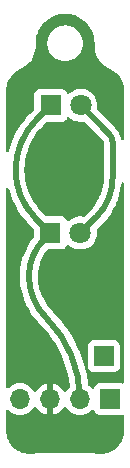
<source format=gbr>
%TF.GenerationSoftware,KiCad,Pcbnew,7.0.9*%
%TF.CreationDate,2025-01-15T18:40:25+09:00*%
%TF.ProjectId,line_short_robt2,6c696e65-5f73-4686-9f72-745f726f6274,rev?*%
%TF.SameCoordinates,Original*%
%TF.FileFunction,Copper,L2,Bot*%
%TF.FilePolarity,Positive*%
%FSLAX46Y46*%
G04 Gerber Fmt 4.6, Leading zero omitted, Abs format (unit mm)*
G04 Created by KiCad (PCBNEW 7.0.9) date 2025-01-15 18:40:25*
%MOMM*%
%LPD*%
G01*
G04 APERTURE LIST*
%TA.AperFunction,ComponentPad*%
%ADD10R,1.800000X1.800000*%
%TD*%
%TA.AperFunction,ComponentPad*%
%ADD11C,1.800000*%
%TD*%
%TA.AperFunction,ComponentPad*%
%ADD12R,1.700000X1.700000*%
%TD*%
%TA.AperFunction,ComponentPad*%
%ADD13O,1.700000X1.700000*%
%TD*%
%TA.AperFunction,ViaPad*%
%ADD14C,0.800000*%
%TD*%
%TA.AperFunction,Conductor*%
%ADD15C,0.500000*%
%TD*%
%TA.AperFunction,Conductor*%
%ADD16C,0.250000*%
%TD*%
G04 APERTURE END LIST*
D10*
%TO.P,Q1,1,C*%
%TO.N,+3.3V*%
X129655000Y-64040000D03*
D11*
%TO.P,Q1,2,E*%
%TO.N,Net-(Q1-E)*%
X132195000Y-64040000D03*
%TD*%
D10*
%TO.P,Q2,1,C*%
%TO.N,+3.3V*%
X129635000Y-74840000D03*
D11*
%TO.P,Q2,2,E*%
%TO.N,Net-(Q1-E)*%
X132175000Y-74840000D03*
%TD*%
D12*
%TO.P,J1,1,Pin_1*%
%TO.N,/PWM*%
X134675000Y-88900000D03*
D13*
%TO.P,J1,2,Pin_2*%
%TO.N,+3.3V*%
X132135000Y-88900000D03*
%TO.P,J1,3,Pin_3*%
%TO.N,GND*%
X129595000Y-88900000D03*
%TO.P,J1,4,Pin_4*%
%TO.N,/S*%
X127055000Y-88900000D03*
%TD*%
D12*
%TO.P,J2,1,Pin_1*%
%TO.N,+5V*%
X134150000Y-85275000D03*
%TD*%
D14*
%TO.N,GND*%
X127030000Y-75030000D03*
X129140000Y-91840000D03*
X134850000Y-63890000D03*
X133010000Y-91890000D03*
X131210000Y-81840000D03*
X130260000Y-86900000D03*
X134200000Y-79580000D03*
X131090000Y-69510000D03*
X127050000Y-63810000D03*
X128290000Y-69480000D03*
X134140000Y-82180000D03*
%TD*%
D15*
%TO.N,+3.3V*%
X129635000Y-74840000D02*
X129095306Y-75379694D01*
X129278839Y-82028839D02*
X129296036Y-82046036D01*
X128461603Y-65233397D02*
X129655000Y-64040000D01*
X129635000Y-74840000D02*
X128341988Y-73546988D01*
D16*
X132350000Y-88685000D02*
X132135000Y-88900000D01*
D15*
X129095309Y-75379697D02*
G75*
G03*
X127810000Y-78482748I3102991J-3103003D01*
G01*
X126680010Y-69534593D02*
G75*
G03*
X128341988Y-73546988I5674390J-7D01*
G01*
X128461614Y-65233408D02*
G75*
G03*
X126680000Y-69534593I4301186J-4301192D01*
G01*
X132135007Y-88900000D02*
G75*
G03*
X129296036Y-82046036I-9692807J100D01*
G01*
X127809958Y-78482748D02*
G75*
G03*
X129278840Y-82028838I5014942J48D01*
G01*
%TO.N,Net-(Q1-E)*%
X132175000Y-74840000D02*
X133508134Y-73506866D01*
X134900000Y-67159214D02*
X134900000Y-67760000D01*
X132195000Y-64040000D02*
X134607095Y-66452095D01*
D16*
X134900000Y-67150000D02*
X134900000Y-70415000D01*
D15*
X134900000Y-67760000D02*
X134900000Y-67150000D01*
X134900000Y-70146604D02*
X134900000Y-67760000D01*
X133508126Y-73506858D02*
G75*
G03*
X134900000Y-70146604I-3360226J3360258D01*
G01*
X134899990Y-67159214D02*
G75*
G03*
X134607095Y-66452095I-999990J14D01*
G01*
%TD*%
%TA.AperFunction,Conductor*%
%TO.N,GND*%
G36*
X129845000Y-90230633D02*
G01*
X130058483Y-90173433D01*
X130058492Y-90173429D01*
X130272578Y-90073600D01*
X130466082Y-89938105D01*
X130633105Y-89771082D01*
X130763119Y-89585405D01*
X130817696Y-89541781D01*
X130887195Y-89534588D01*
X130949549Y-89566110D01*
X130966269Y-89585405D01*
X131096505Y-89771401D01*
X131263599Y-89938495D01*
X131360384Y-90006265D01*
X131457165Y-90074032D01*
X131457167Y-90074033D01*
X131457170Y-90074035D01*
X131671337Y-90173903D01*
X131899592Y-90235063D01*
X132076034Y-90250500D01*
X132134999Y-90255659D01*
X132135000Y-90255659D01*
X132135001Y-90255659D01*
X132193966Y-90250500D01*
X132370408Y-90235063D01*
X132598663Y-90173903D01*
X132812830Y-90074035D01*
X133006401Y-89938495D01*
X133128329Y-89816566D01*
X133189648Y-89783084D01*
X133259340Y-89788068D01*
X133315274Y-89829939D01*
X133332189Y-89860917D01*
X133381202Y-89992328D01*
X133381206Y-89992335D01*
X133467452Y-90107544D01*
X133467455Y-90107547D01*
X133582664Y-90193793D01*
X133582671Y-90193797D01*
X133717517Y-90244091D01*
X133717516Y-90244091D01*
X133723525Y-90244737D01*
X133777127Y-90250500D01*
X135572872Y-90250499D01*
X135632483Y-90244091D01*
X135707167Y-90216236D01*
X135776859Y-90211252D01*
X135838182Y-90244737D01*
X135871666Y-90306061D01*
X135874500Y-90332418D01*
X135874500Y-91548048D01*
X135874377Y-91551945D01*
X135868512Y-91645100D01*
X135857692Y-91803701D01*
X135856736Y-91811113D01*
X135834434Y-91927950D01*
X135806904Y-92060797D01*
X135805154Y-92067391D01*
X135766872Y-92185136D01*
X135722973Y-92309015D01*
X135720625Y-92314724D01*
X135666957Y-92428691D01*
X135607337Y-92544116D01*
X135604586Y-92548905D01*
X135537188Y-92655024D01*
X135535563Y-92657455D01*
X135461955Y-92762101D01*
X135458997Y-92765973D01*
X135378564Y-92863112D01*
X135376207Y-92865797D01*
X135289318Y-92959213D01*
X135286338Y-92962206D01*
X135194233Y-93048606D01*
X135191057Y-93051389D01*
X135092313Y-93132117D01*
X135089483Y-93134298D01*
X134987371Y-93208394D01*
X134983317Y-93211099D01*
X134874225Y-93277851D01*
X134871697Y-93279317D01*
X134761465Y-93339820D01*
X134756510Y-93342259D01*
X134637519Y-93394389D01*
X134520362Y-93440672D01*
X134514515Y-93442652D01*
X134388081Y-93478555D01*
X134268141Y-93509243D01*
X134261448Y-93510568D01*
X134127073Y-93529568D01*
X134009086Y-93544361D01*
X134001630Y-93544843D01*
X133842611Y-93545518D01*
X133749330Y-93545424D01*
X133745426Y-93545297D01*
X133720228Y-93543682D01*
X133720200Y-93543686D01*
X133173648Y-93508731D01*
X132024699Y-93464677D01*
X130875000Y-93449989D01*
X129725301Y-93464677D01*
X128576352Y-93508731D01*
X128056709Y-93541965D01*
X128056673Y-93541956D01*
X128004575Y-93545297D01*
X128000670Y-93545424D01*
X127907388Y-93545518D01*
X127748361Y-93544843D01*
X127740904Y-93544361D01*
X127622950Y-93529571D01*
X127488541Y-93510566D01*
X127481848Y-93509241D01*
X127439512Y-93498409D01*
X127361951Y-93478564D01*
X127235477Y-93442649D01*
X127229631Y-93440669D01*
X127112503Y-93394399D01*
X126993474Y-93342252D01*
X126988520Y-93339814D01*
X126927490Y-93306317D01*
X126878300Y-93279318D01*
X126875807Y-93277872D01*
X126816995Y-93241885D01*
X126766675Y-93211093D01*
X126762622Y-93208389D01*
X126660524Y-93134305D01*
X126657693Y-93132123D01*
X126558932Y-93051381D01*
X126555756Y-93048598D01*
X126513477Y-93008937D01*
X126463648Y-92962194D01*
X126460699Y-92959232D01*
X126373791Y-92865797D01*
X126371434Y-92863112D01*
X126290995Y-92765965D01*
X126288044Y-92762101D01*
X126283809Y-92756081D01*
X126214389Y-92657388D01*
X126212842Y-92655074D01*
X126145412Y-92548905D01*
X126142665Y-92544121D01*
X126135626Y-92530495D01*
X126083035Y-92428675D01*
X126029375Y-92314725D01*
X126027033Y-92309034D01*
X125983123Y-92185122D01*
X125944844Y-92067392D01*
X125943097Y-92060811D01*
X125915565Y-91927950D01*
X125893263Y-91811113D01*
X125892307Y-91803713D01*
X125881484Y-91645066D01*
X125875623Y-91551946D01*
X125875500Y-91548050D01*
X125875500Y-89929758D01*
X125895185Y-89862719D01*
X125947989Y-89816964D01*
X126017147Y-89807020D01*
X126080703Y-89836045D01*
X126087181Y-89842077D01*
X126183599Y-89938495D01*
X126280384Y-90006265D01*
X126377165Y-90074032D01*
X126377167Y-90074033D01*
X126377170Y-90074035D01*
X126591337Y-90173903D01*
X126819592Y-90235063D01*
X126996034Y-90250500D01*
X127054999Y-90255659D01*
X127055000Y-90255659D01*
X127055001Y-90255659D01*
X127113966Y-90250500D01*
X127290408Y-90235063D01*
X127518663Y-90173903D01*
X127732830Y-90074035D01*
X127926401Y-89938495D01*
X128093495Y-89771401D01*
X128223730Y-89585405D01*
X128278307Y-89541781D01*
X128347805Y-89534587D01*
X128410160Y-89566110D01*
X128426879Y-89585405D01*
X128556890Y-89771078D01*
X128723917Y-89938105D01*
X128917421Y-90073600D01*
X129131507Y-90173429D01*
X129131516Y-90173433D01*
X129345000Y-90230634D01*
X129345000Y-89335501D01*
X129452685Y-89384680D01*
X129559237Y-89400000D01*
X129630763Y-89400000D01*
X129737315Y-89384680D01*
X129845000Y-89335501D01*
X129845000Y-90230633D01*
G37*
%TD.AperFunction*%
%TA.AperFunction,Conductor*%
G36*
X126080703Y-71036723D02*
G01*
X126118477Y-71095501D01*
X126120666Y-71104079D01*
X126125113Y-71124519D01*
X126254403Y-71564845D01*
X126254407Y-71564856D01*
X126254408Y-71564859D01*
X126414786Y-71994854D01*
X126414789Y-71994860D01*
X126414789Y-71994861D01*
X126605430Y-72412309D01*
X126605431Y-72412309D01*
X126605432Y-72412312D01*
X126780213Y-72732400D01*
X126825372Y-72815103D01*
X127073489Y-73201185D01*
X127348516Y-73568581D01*
X127348517Y-73568581D01*
X127360538Y-73582454D01*
X127628871Y-73892128D01*
X127649051Y-73915416D01*
X127649051Y-73915417D01*
X127746318Y-74012684D01*
X127746343Y-74012712D01*
X128198181Y-74464548D01*
X128231666Y-74525871D01*
X128234500Y-74552229D01*
X128234500Y-75165401D01*
X128214815Y-75232440D01*
X128204792Y-75245931D01*
X128159600Y-75298845D01*
X127922244Y-75625538D01*
X127711252Y-75969847D01*
X127527925Y-76329649D01*
X127373393Y-76702726D01*
X127351334Y-76770619D01*
X127248609Y-77086779D01*
X127154344Y-77479433D01*
X127091176Y-77878285D01*
X127091176Y-77878286D01*
X127059498Y-78280847D01*
X127059499Y-78403873D01*
X127059499Y-78431351D01*
X127059457Y-78431494D01*
X127059461Y-78709283D01*
X127071095Y-78857097D01*
X127095011Y-79160934D01*
X127165888Y-79608406D01*
X127271655Y-80048937D01*
X127411660Y-80479813D01*
X127468588Y-80617246D01*
X127585037Y-80898372D01*
X127585037Y-80898371D01*
X127585039Y-80898375D01*
X127790724Y-81302044D01*
X128027446Y-81688330D01*
X128293746Y-82054853D01*
X128587983Y-82399352D01*
X128683981Y-82495348D01*
X128683991Y-82495359D01*
X128686127Y-82497495D01*
X128709575Y-82520943D01*
X128709576Y-82520944D01*
X128737465Y-82548833D01*
X128765353Y-82576722D01*
X129134324Y-82968685D01*
X129136808Y-82971489D01*
X129229932Y-83083229D01*
X129480254Y-83383592D01*
X129482535Y-83386504D01*
X129633632Y-83591851D01*
X129800465Y-83818584D01*
X129802593Y-83821667D01*
X130093853Y-84272153D01*
X130095791Y-84275359D01*
X130359308Y-84742587D01*
X130361049Y-84745904D01*
X130595883Y-85228212D01*
X130597420Y-85231628D01*
X130802699Y-85727219D01*
X130804027Y-85730722D01*
X130979008Y-86237806D01*
X130980123Y-86241382D01*
X131124173Y-86758125D01*
X131125069Y-86761762D01*
X131237649Y-87286237D01*
X131238325Y-87289922D01*
X131307844Y-87746714D01*
X131298471Y-87815952D01*
X131267178Y-87857428D01*
X131267427Y-87857677D01*
X131265652Y-87859450D01*
X131264977Y-87860347D01*
X131263607Y-87861496D01*
X131096508Y-88028594D01*
X130966269Y-88214595D01*
X130911692Y-88258219D01*
X130842193Y-88265412D01*
X130779839Y-88233890D01*
X130763119Y-88214594D01*
X130633113Y-88028926D01*
X130633108Y-88028920D01*
X130466082Y-87861894D01*
X130272578Y-87726399D01*
X130058492Y-87626570D01*
X130058486Y-87626567D01*
X129845000Y-87569364D01*
X129845000Y-88464498D01*
X129737315Y-88415320D01*
X129630763Y-88400000D01*
X129559237Y-88400000D01*
X129452685Y-88415320D01*
X129345000Y-88464498D01*
X129345000Y-87569364D01*
X129344999Y-87569364D01*
X129131513Y-87626567D01*
X129131507Y-87626570D01*
X128917422Y-87726399D01*
X128917420Y-87726400D01*
X128723926Y-87861886D01*
X128723920Y-87861891D01*
X128556891Y-88028920D01*
X128556890Y-88028922D01*
X128426880Y-88214595D01*
X128372303Y-88258219D01*
X128302804Y-88265412D01*
X128240450Y-88233890D01*
X128223730Y-88214594D01*
X128093494Y-88028597D01*
X127926402Y-87861506D01*
X127926395Y-87861501D01*
X127732834Y-87725967D01*
X127732830Y-87725965D01*
X127695185Y-87708411D01*
X127518663Y-87626097D01*
X127518659Y-87626096D01*
X127518655Y-87626094D01*
X127290413Y-87564938D01*
X127290403Y-87564936D01*
X127055001Y-87544341D01*
X127054999Y-87544341D01*
X126819596Y-87564936D01*
X126819586Y-87564938D01*
X126591344Y-87626094D01*
X126591335Y-87626098D01*
X126377171Y-87725964D01*
X126377169Y-87725965D01*
X126183597Y-87861505D01*
X126087181Y-87957922D01*
X126025858Y-87991407D01*
X125956166Y-87986423D01*
X125900233Y-87944551D01*
X125875816Y-87879087D01*
X125875500Y-87870241D01*
X125875500Y-71130436D01*
X125895185Y-71063397D01*
X125947989Y-71017642D01*
X126017147Y-71007698D01*
X126080703Y-71036723D01*
G37*
%TD.AperFunction*%
%TA.AperFunction,Conductor*%
G36*
X135838805Y-70585570D02*
G01*
X135871851Y-70647131D01*
X135874500Y-70672623D01*
X135874500Y-87467581D01*
X135854815Y-87534620D01*
X135802011Y-87580375D01*
X135732853Y-87590319D01*
X135707168Y-87583763D01*
X135632485Y-87555909D01*
X135632483Y-87555908D01*
X135572883Y-87549501D01*
X135572881Y-87549500D01*
X135572873Y-87549500D01*
X135572864Y-87549500D01*
X133777129Y-87549500D01*
X133777123Y-87549501D01*
X133717516Y-87555908D01*
X133582671Y-87606202D01*
X133582664Y-87606206D01*
X133467455Y-87692452D01*
X133467452Y-87692455D01*
X133381206Y-87807664D01*
X133381203Y-87807669D01*
X133332189Y-87939083D01*
X133290317Y-87995016D01*
X133224853Y-88019433D01*
X133156580Y-88004581D01*
X133128326Y-87983430D01*
X133006401Y-87861505D01*
X132950649Y-87822467D01*
X132865702Y-87762986D01*
X132822080Y-87708411D01*
X132813610Y-87675307D01*
X132787047Y-87439536D01*
X132688888Y-86861784D01*
X132558487Y-86290445D01*
X132524615Y-86172870D01*
X132799500Y-86172870D01*
X132799501Y-86172876D01*
X132805908Y-86232483D01*
X132856202Y-86367328D01*
X132856206Y-86367335D01*
X132942452Y-86482544D01*
X132942455Y-86482547D01*
X133057664Y-86568793D01*
X133057671Y-86568797D01*
X133192517Y-86619091D01*
X133192516Y-86619091D01*
X133199444Y-86619835D01*
X133252127Y-86625500D01*
X135047872Y-86625499D01*
X135107483Y-86619091D01*
X135242331Y-86568796D01*
X135357546Y-86482546D01*
X135443796Y-86367331D01*
X135494091Y-86232483D01*
X135500500Y-86172873D01*
X135500499Y-84377128D01*
X135494091Y-84317517D01*
X135477171Y-84272153D01*
X135443797Y-84182671D01*
X135443793Y-84182664D01*
X135357547Y-84067455D01*
X135357544Y-84067452D01*
X135242335Y-83981206D01*
X135242328Y-83981202D01*
X135107482Y-83930908D01*
X135107483Y-83930908D01*
X135047883Y-83924501D01*
X135047881Y-83924500D01*
X135047873Y-83924500D01*
X135047864Y-83924500D01*
X133252129Y-83924500D01*
X133252123Y-83924501D01*
X133192516Y-83930908D01*
X133057671Y-83981202D01*
X133057664Y-83981206D01*
X132942455Y-84067452D01*
X132942452Y-84067455D01*
X132856206Y-84182664D01*
X132856202Y-84182671D01*
X132805908Y-84317517D01*
X132799501Y-84377116D01*
X132799501Y-84377123D01*
X132799500Y-84377135D01*
X132799500Y-86172870D01*
X132524615Y-86172870D01*
X132396256Y-85727317D01*
X132202705Y-85174171D01*
X132025313Y-84745904D01*
X131978445Y-84632752D01*
X131724177Y-84104753D01*
X131440708Y-83591852D01*
X131440708Y-83591851D01*
X131128916Y-83095635D01*
X131128916Y-83095634D01*
X130789802Y-82617697D01*
X130789802Y-82617698D01*
X130789797Y-82617691D01*
X130610984Y-82393467D01*
X130424415Y-82159517D01*
X130424416Y-82159518D01*
X130033912Y-81722544D01*
X130033912Y-81722543D01*
X129890657Y-81579289D01*
X129890649Y-81579280D01*
X129872369Y-81561001D01*
X129872359Y-81560989D01*
X129823800Y-81512431D01*
X129809519Y-81498151D01*
X129560007Y-81225862D01*
X129556529Y-81221717D01*
X129333346Y-80930866D01*
X129330242Y-80926433D01*
X129133263Y-80617246D01*
X129130558Y-80612560D01*
X128961273Y-80287375D01*
X128958986Y-80282471D01*
X128818687Y-79943768D01*
X128816836Y-79938683D01*
X128706588Y-79589032D01*
X128705187Y-79583805D01*
X128625839Y-79225902D01*
X128624899Y-79220573D01*
X128617046Y-79160927D01*
X128577040Y-78857085D01*
X128576571Y-78851724D01*
X128560603Y-78486062D01*
X128560617Y-78480338D01*
X128577865Y-78129206D01*
X128578459Y-78123163D01*
X128629948Y-77776031D01*
X128631127Y-77770099D01*
X128716398Y-77429667D01*
X128718156Y-77423871D01*
X128836380Y-77093454D01*
X128838710Y-77087829D01*
X128988738Y-76770619D01*
X128991602Y-76765258D01*
X129172021Y-76464245D01*
X129175380Y-76459218D01*
X129300413Y-76290630D01*
X129356158Y-76248512D01*
X129400009Y-76240499D01*
X130582871Y-76240499D01*
X130582872Y-76240499D01*
X130642483Y-76234091D01*
X130777331Y-76183796D01*
X130892546Y-76097546D01*
X130978796Y-75982331D01*
X131007455Y-75905493D01*
X131049326Y-75849559D01*
X131114790Y-75825141D01*
X131183063Y-75839992D01*
X131214866Y-75864843D01*
X131222302Y-75872920D01*
X131223215Y-75873912D01*
X131223222Y-75873918D01*
X131406365Y-76016464D01*
X131406371Y-76016468D01*
X131406374Y-76016470D01*
X131610497Y-76126936D01*
X131724487Y-76166068D01*
X131830015Y-76202297D01*
X131830017Y-76202297D01*
X131830019Y-76202298D01*
X132058951Y-76240500D01*
X132058952Y-76240500D01*
X132291048Y-76240500D01*
X132291049Y-76240500D01*
X132519981Y-76202298D01*
X132739503Y-76126936D01*
X132943626Y-76016470D01*
X133126784Y-75873913D01*
X133283979Y-75703153D01*
X133410924Y-75508849D01*
X133504157Y-75296300D01*
X133561134Y-75071305D01*
X133580300Y-74840000D01*
X133580300Y-74839993D01*
X133561135Y-74608702D01*
X133561134Y-74608698D01*
X133561134Y-74608695D01*
X133559545Y-74602420D01*
X133562168Y-74532600D01*
X133592067Y-74484298D01*
X134069724Y-74006643D01*
X134069727Y-74006638D01*
X134070822Y-74005544D01*
X134071061Y-74005289D01*
X134191684Y-73884670D01*
X134472505Y-73555873D01*
X134726664Y-73206057D01*
X134952589Y-72837383D01*
X134952589Y-72837384D01*
X135148898Y-72452111D01*
X135222682Y-72273980D01*
X135314370Y-72052627D01*
X135447989Y-71641392D01*
X135548932Y-71220942D01*
X135616574Y-70793868D01*
X135625845Y-70676077D01*
X135626882Y-70662894D01*
X135651766Y-70597606D01*
X135707997Y-70556135D01*
X135777723Y-70551648D01*
X135838805Y-70585570D01*
G37*
%TD.AperFunction*%
%TA.AperFunction,Conductor*%
G36*
X131203063Y-65039992D02*
G01*
X131234866Y-65064843D01*
X131242302Y-65072920D01*
X131243215Y-65073912D01*
X131243222Y-65073918D01*
X131426365Y-65216464D01*
X131426371Y-65216468D01*
X131426374Y-65216470D01*
X131630497Y-65326936D01*
X131744487Y-65366068D01*
X131850015Y-65402297D01*
X131850017Y-65402297D01*
X131850019Y-65402298D01*
X132078951Y-65440500D01*
X132078952Y-65440500D01*
X132311047Y-65440500D01*
X132311049Y-65440500D01*
X132439274Y-65419102D01*
X132508635Y-65427483D01*
X132547362Y-65453730D01*
X134018301Y-66924668D01*
X134018311Y-66924679D01*
X134073535Y-66979902D01*
X134078889Y-66986007D01*
X134106126Y-67021503D01*
X134122310Y-67049535D01*
X134134741Y-67079546D01*
X134143119Y-67110815D01*
X134148968Y-67155246D01*
X134149499Y-67163346D01*
X134149499Y-67241822D01*
X134149500Y-67241839D01*
X134149500Y-70146603D01*
X134134390Y-70492664D01*
X134133918Y-70498055D01*
X134089060Y-70838785D01*
X134088120Y-70844114D01*
X134013732Y-71179656D01*
X134012331Y-71184884D01*
X133908983Y-71512657D01*
X133907132Y-71517741D01*
X133775610Y-71835260D01*
X133773324Y-71840164D01*
X133614629Y-72145012D01*
X133611923Y-72149698D01*
X133427267Y-72439549D01*
X133424163Y-72443982D01*
X133214944Y-72716638D01*
X133211466Y-72720784D01*
X132977293Y-72976337D01*
X132527362Y-73426268D01*
X132466039Y-73459753D01*
X132419272Y-73460896D01*
X132291049Y-73439500D01*
X132058951Y-73439500D01*
X132020550Y-73445908D01*
X131830015Y-73477702D01*
X131610504Y-73553061D01*
X131610495Y-73553064D01*
X131406371Y-73663531D01*
X131406365Y-73663535D01*
X131223222Y-73806081D01*
X131223218Y-73806085D01*
X131214866Y-73815158D01*
X131154979Y-73851148D01*
X131085141Y-73849047D01*
X131027525Y-73809522D01*
X131007455Y-73774507D01*
X130978797Y-73697671D01*
X130978793Y-73697664D01*
X130892547Y-73582455D01*
X130892544Y-73582452D01*
X130777335Y-73496206D01*
X130777328Y-73496202D01*
X130642482Y-73445908D01*
X130642483Y-73445908D01*
X130582883Y-73439501D01*
X130582881Y-73439500D01*
X130582873Y-73439500D01*
X130582865Y-73439500D01*
X129347230Y-73439500D01*
X129280191Y-73419815D01*
X129259549Y-73403181D01*
X128872674Y-73016306D01*
X128611893Y-72734192D01*
X128608730Y-72730489D01*
X128372389Y-72430690D01*
X128369527Y-72426750D01*
X128157444Y-72109346D01*
X128154899Y-72105193D01*
X127968367Y-71772113D01*
X127966156Y-71767774D01*
X127806334Y-71421092D01*
X127804474Y-71416605D01*
X127672339Y-71058435D01*
X127670838Y-71053814D01*
X127567214Y-70686387D01*
X127566080Y-70681666D01*
X127491603Y-70307240D01*
X127490845Y-70302449D01*
X127445973Y-69923324D01*
X127445592Y-69918489D01*
X127430600Y-69536884D01*
X127430600Y-69532048D01*
X127446843Y-69118628D01*
X127447219Y-69113844D01*
X127495865Y-68702844D01*
X127496625Y-68698049D01*
X127571716Y-68320545D01*
X127577360Y-68292169D01*
X127578494Y-68287449D01*
X127656465Y-68010989D01*
X127690819Y-67889175D01*
X127692324Y-67884546D01*
X127835556Y-67496298D01*
X127837420Y-67491799D01*
X128010672Y-67115986D01*
X128012876Y-67111660D01*
X128215098Y-66750566D01*
X128217607Y-66746474D01*
X128447538Y-66402357D01*
X128450369Y-66398460D01*
X128706591Y-66073446D01*
X128709737Y-66069762D01*
X128992297Y-65764092D01*
X128992296Y-65764091D01*
X128992552Y-65763814D01*
X129279549Y-65476818D01*
X129340872Y-65443333D01*
X129367230Y-65440499D01*
X130602871Y-65440499D01*
X130602872Y-65440499D01*
X130662483Y-65434091D01*
X130797331Y-65383796D01*
X130912546Y-65297546D01*
X130998796Y-65182331D01*
X131027455Y-65105493D01*
X131069326Y-65049559D01*
X131134790Y-65025141D01*
X131203063Y-65039992D01*
G37*
%TD.AperFunction*%
%TA.AperFunction,Conductor*%
G36*
X130950154Y-56270776D02*
G01*
X130954877Y-56271061D01*
X131106898Y-56280257D01*
X131110809Y-56280622D01*
X131252559Y-56298529D01*
X131255949Y-56299054D01*
X131410403Y-56327359D01*
X131414631Y-56328287D01*
X131552916Y-56363793D01*
X131555868Y-56364630D01*
X131705965Y-56411403D01*
X131710266Y-56412923D01*
X131842886Y-56465430D01*
X131845450Y-56466514D01*
X131988945Y-56531096D01*
X131993332Y-56533285D01*
X132119210Y-56602487D01*
X132255122Y-56684649D01*
X132259476Y-56687538D01*
X132375320Y-56771704D01*
X132403498Y-56793780D01*
X132500473Y-56869755D01*
X132504680Y-56873366D01*
X132608614Y-56970966D01*
X132721270Y-57083622D01*
X132725204Y-57087945D01*
X132815580Y-57197192D01*
X132914157Y-57323016D01*
X132917699Y-57328030D01*
X132928196Y-57344569D01*
X132993065Y-57446787D01*
X133006955Y-57469763D01*
X133076219Y-57584340D01*
X133079248Y-57589995D01*
X133111244Y-57657990D01*
X133138392Y-57715683D01*
X133204959Y-57863590D01*
X133207388Y-57869880D01*
X133249360Y-57999054D01*
X133298450Y-58156589D01*
X133300161Y-58163422D01*
X133324280Y-58289855D01*
X133355261Y-58458917D01*
X133356155Y-58466206D01*
X133362030Y-58559588D01*
X133374387Y-58763863D01*
X133374500Y-58767608D01*
X133374500Y-59006256D01*
X133374447Y-59006436D01*
X133374498Y-59112388D01*
X133374535Y-59189674D01*
X133382882Y-59252617D01*
X133409249Y-59451460D01*
X133409250Y-59451464D01*
X133478073Y-59706425D01*
X133579814Y-59950131D01*
X133712701Y-60178344D01*
X133762229Y-60242276D01*
X133874435Y-60387114D01*
X134062205Y-60572813D01*
X134272753Y-60732221D01*
X134386109Y-60796555D01*
X134502426Y-60862570D01*
X134502432Y-60862573D01*
X134577797Y-60893099D01*
X134622460Y-60911190D01*
X134622915Y-60911374D01*
X134626626Y-60913021D01*
X134679964Y-60938808D01*
X134798888Y-60997500D01*
X134869655Y-61032425D01*
X134876301Y-61036234D01*
X134971362Y-61098806D01*
X135102342Y-61189739D01*
X135107588Y-61193813D01*
X135201041Y-61274784D01*
X135310892Y-61378183D01*
X135314797Y-61382209D01*
X135398110Y-61476243D01*
X135400394Y-61478976D01*
X135491217Y-61594243D01*
X135493927Y-61597958D01*
X135564637Y-61702840D01*
X135567064Y-61706745D01*
X135639869Y-61834185D01*
X135641545Y-61837326D01*
X135659392Y-61873223D01*
X135697468Y-61949814D01*
X135699739Y-61954954D01*
X135754392Y-62095552D01*
X135761704Y-62116928D01*
X135794411Y-62212560D01*
X135796220Y-62218951D01*
X135831391Y-62374450D01*
X135853754Y-62486079D01*
X135854793Y-62493673D01*
X135870263Y-62701960D01*
X135874365Y-62764116D01*
X135874500Y-62768200D01*
X135874500Y-66854110D01*
X135854815Y-66921149D01*
X135802011Y-66966904D01*
X135732853Y-66976848D01*
X135669297Y-66947823D01*
X135631523Y-66889045D01*
X135627561Y-66870294D01*
X135620543Y-66816986D01*
X135620541Y-66816976D01*
X135601645Y-66746455D01*
X135561151Y-66595325D01*
X135561146Y-66595315D01*
X135561145Y-66595309D01*
X135473341Y-66383328D01*
X135473336Y-66383319D01*
X135358600Y-66184591D01*
X135218906Y-66002538D01*
X135218905Y-66002537D01*
X135137776Y-65921408D01*
X135114853Y-65898486D01*
X133612069Y-64395701D01*
X133578584Y-64334378D01*
X133579544Y-64277579D01*
X133581134Y-64271305D01*
X133600300Y-64040000D01*
X133600300Y-64039993D01*
X133581135Y-63808702D01*
X133581133Y-63808691D01*
X133524157Y-63583699D01*
X133430924Y-63371151D01*
X133303983Y-63176852D01*
X133303980Y-63176849D01*
X133303979Y-63176847D01*
X133146784Y-63006087D01*
X133146779Y-63006083D01*
X133146777Y-63006081D01*
X132963634Y-62863535D01*
X132963628Y-62863531D01*
X132759504Y-62753064D01*
X132759495Y-62753061D01*
X132539984Y-62677702D01*
X132349450Y-62645908D01*
X132311049Y-62639500D01*
X132078951Y-62639500D01*
X132040550Y-62645908D01*
X131850015Y-62677702D01*
X131630504Y-62753061D01*
X131630495Y-62753064D01*
X131426371Y-62863531D01*
X131426365Y-62863535D01*
X131243222Y-63006081D01*
X131243218Y-63006085D01*
X131234866Y-63015158D01*
X131174979Y-63051148D01*
X131105141Y-63049047D01*
X131047525Y-63009522D01*
X131027455Y-62974507D01*
X130998797Y-62897671D01*
X130998793Y-62897664D01*
X130912547Y-62782455D01*
X130912544Y-62782452D01*
X130797335Y-62696206D01*
X130797328Y-62696202D01*
X130662482Y-62645908D01*
X130662483Y-62645908D01*
X130602883Y-62639501D01*
X130602881Y-62639500D01*
X130602873Y-62639500D01*
X130602864Y-62639500D01*
X128707129Y-62639500D01*
X128707123Y-62639501D01*
X128647516Y-62645908D01*
X128512671Y-62696202D01*
X128512664Y-62696206D01*
X128397455Y-62782452D01*
X128397452Y-62782455D01*
X128311206Y-62897664D01*
X128311202Y-62897671D01*
X128260908Y-63032517D01*
X128254501Y-63092116D01*
X128254500Y-63092135D01*
X128254500Y-64327769D01*
X128234815Y-64394808D01*
X128218181Y-64415450D01*
X127898946Y-64734685D01*
X127898546Y-64735108D01*
X127758360Y-64875294D01*
X127438719Y-65244178D01*
X127438714Y-65244183D01*
X127438711Y-65244188D01*
X127146206Y-65634930D01*
X127146207Y-65634929D01*
X127063395Y-65763788D01*
X126909960Y-66002538D01*
X126882320Y-66045546D01*
X126648395Y-66473945D01*
X126522048Y-66750607D01*
X126445631Y-66917936D01*
X126275056Y-67375264D01*
X126137541Y-67843596D01*
X126137541Y-67843597D01*
X126137540Y-67843597D01*
X126120666Y-67921166D01*
X126087181Y-67982489D01*
X126025858Y-68015973D01*
X125956166Y-68010989D01*
X125900233Y-67969117D01*
X125875816Y-67903653D01*
X125875500Y-67894807D01*
X125875500Y-62767774D01*
X125875635Y-62763691D01*
X125876856Y-62745168D01*
X125879442Y-62705991D01*
X125895266Y-62493208D01*
X125896298Y-62485666D01*
X125918145Y-62376620D01*
X125953919Y-62218453D01*
X125955728Y-62212068D01*
X125995147Y-62096811D01*
X125997211Y-62091499D01*
X126050518Y-61954361D01*
X126052759Y-61949290D01*
X126108027Y-61838121D01*
X126109659Y-61835062D01*
X126183360Y-61706054D01*
X126185717Y-61702264D01*
X126255661Y-61598518D01*
X126258313Y-61594883D01*
X126350272Y-61478174D01*
X126352458Y-61475560D01*
X126434799Y-61382622D01*
X126438672Y-61378631D01*
X126549945Y-61273891D01*
X126642022Y-61194112D01*
X126647222Y-61190073D01*
X126780480Y-61097560D01*
X126790267Y-61091118D01*
X126873342Y-61036435D01*
X126879958Y-61032644D01*
X127073634Y-60937035D01*
X127122923Y-60913206D01*
X127126765Y-60911508D01*
X127170802Y-60893803D01*
X127172129Y-60893099D01*
X127247550Y-60862550D01*
X127247548Y-60862550D01*
X127247560Y-60862546D01*
X127477231Y-60732198D01*
X127687777Y-60572792D01*
X127875544Y-60387096D01*
X128037274Y-60178330D01*
X128170161Y-59950118D01*
X128271898Y-59706420D01*
X128340722Y-59451463D01*
X128375437Y-59189672D01*
X128375500Y-59057631D01*
X128375500Y-59057131D01*
X128375500Y-58767607D01*
X128375557Y-58765734D01*
X129369357Y-58765734D01*
X129372786Y-58807119D01*
X129377029Y-58858319D01*
X129377350Y-58862186D01*
X129377562Y-58867309D01*
X129377562Y-58889811D01*
X129381265Y-58912012D01*
X129381899Y-58917095D01*
X129389891Y-59013546D01*
X129389891Y-59013548D01*
X129413654Y-59107387D01*
X129414705Y-59112402D01*
X129418407Y-59134584D01*
X129418409Y-59134592D01*
X129425714Y-59155871D01*
X129427176Y-59160783D01*
X129450935Y-59254604D01*
X129450939Y-59254617D01*
X129489815Y-59343245D01*
X129491677Y-59348016D01*
X129498986Y-59369306D01*
X129498988Y-59369309D01*
X129509698Y-59389101D01*
X129511948Y-59393705D01*
X129550827Y-59482338D01*
X129603764Y-59563364D01*
X129606388Y-59567768D01*
X129617095Y-59587553D01*
X129617098Y-59587558D01*
X129630926Y-59605325D01*
X129633903Y-59609495D01*
X129686834Y-59690512D01*
X129686838Y-59690517D01*
X129752393Y-59761730D01*
X129755706Y-59765641D01*
X129769522Y-59783392D01*
X129786080Y-59798635D01*
X129789694Y-59802249D01*
X129855256Y-59873468D01*
X129931651Y-59932929D01*
X129935547Y-59936229D01*
X129941913Y-59942090D01*
X129952099Y-59951467D01*
X129970936Y-59963774D01*
X129975102Y-59966748D01*
X130051491Y-60026204D01*
X130136640Y-60072284D01*
X130141001Y-60074883D01*
X130159855Y-60087201D01*
X130180494Y-60096254D01*
X130185033Y-60098473D01*
X130270190Y-60144558D01*
X130361754Y-60175992D01*
X130366489Y-60177839D01*
X130387116Y-60186887D01*
X130408932Y-60192411D01*
X130413816Y-60193865D01*
X130485089Y-60218333D01*
X130505385Y-60225301D01*
X130539189Y-60230941D01*
X130600866Y-60241233D01*
X130605879Y-60242285D01*
X130627676Y-60247805D01*
X130627678Y-60247805D01*
X130627685Y-60247807D01*
X130650125Y-60249666D01*
X130655169Y-60250294D01*
X130750665Y-60266230D01*
X130750666Y-60266230D01*
X130847448Y-60266230D01*
X130852561Y-60266441D01*
X130868415Y-60267755D01*
X130874998Y-60268301D01*
X130875000Y-60268301D01*
X130875002Y-60268301D01*
X130881584Y-60267755D01*
X130897438Y-60266441D01*
X130902552Y-60266230D01*
X130999330Y-60266230D01*
X130999335Y-60266230D01*
X131094851Y-60250291D01*
X131099862Y-60249667D01*
X131122315Y-60247807D01*
X131144153Y-60242276D01*
X131149105Y-60241238D01*
X131244614Y-60225301D01*
X131336198Y-60193859D01*
X131341042Y-60192418D01*
X131362884Y-60186887D01*
X131383500Y-60177843D01*
X131388234Y-60175995D01*
X131479810Y-60144558D01*
X131564975Y-60098468D01*
X131569505Y-60096254D01*
X131590145Y-60087201D01*
X131609008Y-60074876D01*
X131613337Y-60072296D01*
X131698509Y-60026204D01*
X131774931Y-59966722D01*
X131779018Y-59963803D01*
X131797898Y-59951469D01*
X131814466Y-59936217D01*
X131818341Y-59932934D01*
X131894744Y-59873468D01*
X131960313Y-59802240D01*
X131963897Y-59798655D01*
X131980477Y-59783393D01*
X131994320Y-59765606D01*
X131997581Y-59761756D01*
X132063164Y-59690515D01*
X132116127Y-59609448D01*
X132119053Y-59605350D01*
X132132902Y-59587558D01*
X132143623Y-59567746D01*
X132146233Y-59563366D01*
X132199173Y-59482337D01*
X132238061Y-59393680D01*
X132240299Y-59389105D01*
X132240301Y-59389101D01*
X132251014Y-59369306D01*
X132258336Y-59347976D01*
X132260162Y-59343294D01*
X132299063Y-59254611D01*
X132322826Y-59160771D01*
X132324278Y-59155892D01*
X132331592Y-59134589D01*
X132335296Y-59112388D01*
X132336340Y-59107407D01*
X132360108Y-59013551D01*
X132368104Y-58917051D01*
X132368733Y-58912012D01*
X132372438Y-58889811D01*
X132373088Y-58858319D01*
X132373283Y-58854542D01*
X132379822Y-58775632D01*
X132380643Y-58765732D01*
X132380643Y-58765727D01*
X132379339Y-58749998D01*
X132373284Y-58676920D01*
X132373088Y-58673137D01*
X132372438Y-58641649D01*
X132368733Y-58619444D01*
X132368103Y-58614396D01*
X132360108Y-58517909D01*
X132336341Y-58424057D01*
X132335295Y-58419064D01*
X132331592Y-58396873D01*
X132331591Y-58396870D01*
X132324283Y-58375580D01*
X132322825Y-58370682D01*
X132302376Y-58289933D01*
X132299063Y-58276849D01*
X132260174Y-58188191D01*
X132258329Y-58183464D01*
X132251014Y-58162154D01*
X132245045Y-58151126D01*
X132240298Y-58142352D01*
X132238052Y-58137759D01*
X132199173Y-58049123D01*
X132199173Y-58049122D01*
X132146231Y-57968088D01*
X132143607Y-57963684D01*
X132132904Y-57943907D01*
X132132902Y-57943902D01*
X132119080Y-57926143D01*
X132116102Y-57921972D01*
X132063166Y-57840948D01*
X132063165Y-57840947D01*
X132063164Y-57840945D01*
X132033241Y-57808440D01*
X131997606Y-57769729D01*
X131994295Y-57765820D01*
X131980477Y-57748067D01*
X131980473Y-57748062D01*
X131963919Y-57732823D01*
X131960301Y-57729206D01*
X131894744Y-57657992D01*
X131818352Y-57598534D01*
X131814444Y-57595223D01*
X131797898Y-57579991D01*
X131779063Y-57567685D01*
X131774897Y-57564711D01*
X131698509Y-57505256D01*
X131698508Y-57505255D01*
X131698505Y-57505253D01*
X131698503Y-57505252D01*
X131613385Y-57459189D01*
X131608981Y-57456565D01*
X131590145Y-57444259D01*
X131569547Y-57435224D01*
X131564940Y-57432972D01*
X131479811Y-57386902D01*
X131479802Y-57386899D01*
X131388259Y-57355472D01*
X131383484Y-57353609D01*
X131383312Y-57353533D01*
X131362884Y-57344573D01*
X131362880Y-57344572D01*
X131362878Y-57344571D01*
X131341076Y-57339049D01*
X131336166Y-57337588D01*
X131244614Y-57306159D01*
X131149138Y-57290226D01*
X131144123Y-57289174D01*
X131122312Y-57283652D01*
X131122316Y-57283652D01*
X131099895Y-57281795D01*
X131094810Y-57281161D01*
X130999336Y-57265230D01*
X130999335Y-57265230D01*
X130902541Y-57265230D01*
X130897427Y-57265018D01*
X130881555Y-57263703D01*
X130875002Y-57263160D01*
X130874998Y-57263160D01*
X130868444Y-57263703D01*
X130852572Y-57265018D01*
X130847459Y-57265230D01*
X130750665Y-57265230D01*
X130655188Y-57281161D01*
X130650103Y-57281795D01*
X130627688Y-57283652D01*
X130627683Y-57283653D01*
X130605880Y-57289174D01*
X130600866Y-57290225D01*
X130505382Y-57306159D01*
X130413834Y-57337586D01*
X130408927Y-57339047D01*
X130387126Y-57344569D01*
X130387116Y-57344573D01*
X130366510Y-57353611D01*
X130361738Y-57355472D01*
X130270194Y-57386900D01*
X130270183Y-57386905D01*
X130185062Y-57432970D01*
X130180458Y-57435221D01*
X130159854Y-57444259D01*
X130159845Y-57444264D01*
X130141023Y-57456561D01*
X130136621Y-57459185D01*
X130051492Y-57505254D01*
X130051489Y-57505257D01*
X129975106Y-57564707D01*
X129970938Y-57567684D01*
X129952099Y-57579993D01*
X129935542Y-57595233D01*
X129931635Y-57598542D01*
X129855255Y-57657992D01*
X129789697Y-57729206D01*
X129786075Y-57732828D01*
X129769529Y-57748060D01*
X129769514Y-57748076D01*
X129755699Y-57765824D01*
X129752390Y-57769731D01*
X129686836Y-57840945D01*
X129633901Y-57921966D01*
X129630925Y-57926134D01*
X129617099Y-57943900D01*
X129617094Y-57943907D01*
X129606386Y-57963694D01*
X129603763Y-57968095D01*
X129550828Y-58049120D01*
X129511953Y-58137745D01*
X129509704Y-58142345D01*
X129498985Y-58162154D01*
X129491676Y-58183444D01*
X129489814Y-58188217D01*
X129463724Y-58247697D01*
X129450939Y-58276846D01*
X129450936Y-58276852D01*
X129427177Y-58370672D01*
X129425716Y-58375580D01*
X129418408Y-58396870D01*
X129414705Y-58419057D01*
X129413654Y-58424072D01*
X129389891Y-58517908D01*
X129389891Y-58517912D01*
X129381898Y-58614364D01*
X129381265Y-58619444D01*
X129377562Y-58641649D01*
X129377562Y-58664149D01*
X129377350Y-58669265D01*
X129376713Y-58676958D01*
X129369357Y-58765724D01*
X129369357Y-58765734D01*
X128375557Y-58765734D01*
X128375613Y-58763863D01*
X128383005Y-58641649D01*
X128387974Y-58559507D01*
X128390591Y-58517908D01*
X128393845Y-58466185D01*
X128394735Y-58458931D01*
X128425736Y-58289761D01*
X128449841Y-58163405D01*
X128451541Y-58156616D01*
X128500665Y-57998970D01*
X128542614Y-57869868D01*
X128545031Y-57863609D01*
X128611619Y-57715656D01*
X128670766Y-57589964D01*
X128673763Y-57584369D01*
X128756948Y-57446763D01*
X128832317Y-57328002D01*
X128835824Y-57323039D01*
X128934427Y-57197181D01*
X129024814Y-57087922D01*
X129028707Y-57083644D01*
X129141401Y-56970950D01*
X129245339Y-56873347D01*
X129249514Y-56869764D01*
X129374695Y-56771692D01*
X129490528Y-56687534D01*
X129494861Y-56684658D01*
X129630800Y-56602480D01*
X129756696Y-56533269D01*
X129761033Y-56531105D01*
X129904580Y-56466500D01*
X129907081Y-56465443D01*
X130039750Y-56412916D01*
X130044017Y-56411408D01*
X130194152Y-56364624D01*
X130197062Y-56363798D01*
X130335379Y-56328284D01*
X130339595Y-56327359D01*
X130494049Y-56299054D01*
X130497429Y-56298530D01*
X130639195Y-56280621D01*
X130643096Y-56280257D01*
X130795410Y-56271044D01*
X130799846Y-56270776D01*
X130803589Y-56270663D01*
X130946411Y-56270663D01*
X130950154Y-56270776D01*
G37*
%TD.AperFunction*%
%TD*%
M02*

</source>
